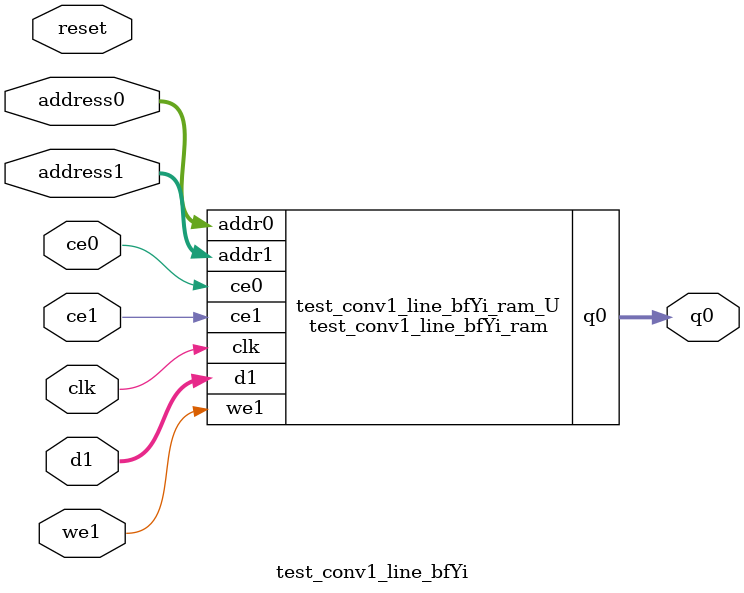
<source format=v>
`timescale 1 ns / 1 ps
module test_conv1_line_bfYi_ram (addr0, ce0, q0, addr1, ce1, d1, we1,  clk);

parameter DWIDTH = 8;
parameter AWIDTH = 9;
parameter MEM_SIZE = 322;

input[AWIDTH-1:0] addr0;
input ce0;
output reg[DWIDTH-1:0] q0;
input[AWIDTH-1:0] addr1;
input ce1;
input[DWIDTH-1:0] d1;
input we1;
input clk;

(* ram_style = "block" *)reg [DWIDTH-1:0] ram[0:MEM_SIZE-1];




always @(posedge clk)  
begin 
    if (ce0) begin
        q0 <= ram[addr0];
    end
end


always @(posedge clk)  
begin 
    if (ce1) begin
        if (we1) 
            ram[addr1] <= d1; 
    end
end


endmodule

`timescale 1 ns / 1 ps
module test_conv1_line_bfYi(
    reset,
    clk,
    address0,
    ce0,
    q0,
    address1,
    ce1,
    we1,
    d1);

parameter DataWidth = 32'd8;
parameter AddressRange = 32'd322;
parameter AddressWidth = 32'd9;
input reset;
input clk;
input[AddressWidth - 1:0] address0;
input ce0;
output[DataWidth - 1:0] q0;
input[AddressWidth - 1:0] address1;
input ce1;
input we1;
input[DataWidth - 1:0] d1;



test_conv1_line_bfYi_ram test_conv1_line_bfYi_ram_U(
    .clk( clk ),
    .addr0( address0 ),
    .ce0( ce0 ),
    .q0( q0 ),
    .addr1( address1 ),
    .ce1( ce1 ),
    .we1( we1 ),
    .d1( d1 ));

endmodule


</source>
